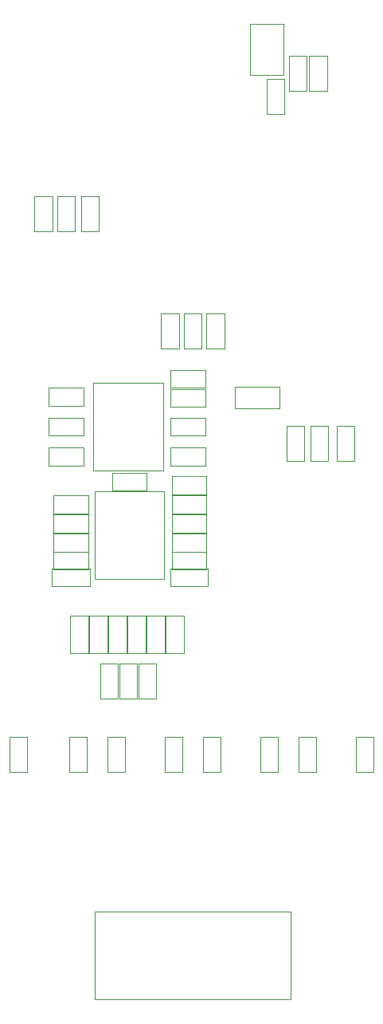
<source format=gbr>
G04 #@! TF.GenerationSoftware,KiCad,Pcbnew,(5.1.0)-1*
G04 #@! TF.CreationDate,2019-10-23T13:14:03-05:00*
G04 #@! TF.ProjectId,logiverter,6c6f6769-7665-4727-9465-722e6b696361,rev?*
G04 #@! TF.SameCoordinates,Original*
G04 #@! TF.FileFunction,Other,User*
%FSLAX46Y46*%
G04 Gerber Fmt 4.6, Leading zero omitted, Abs format (unit mm)*
G04 Created by KiCad (PCBNEW (5.1.0)-1) date 2019-10-23 13:14:03*
%MOMM*%
%LPD*%
G04 APERTURE LIST*
%ADD10C,0.050000*%
G04 APERTURE END LIST*
D10*
X81566000Y-158938000D02*
X81566000Y-157038000D01*
X81566000Y-157038000D02*
X85566000Y-157038000D01*
X85566000Y-158938000D02*
X85566000Y-157038000D01*
X81566000Y-158938000D02*
X85566000Y-158938000D01*
X94139000Y-158938000D02*
X94139000Y-157038000D01*
X94139000Y-157038000D02*
X98139000Y-157038000D01*
X98139000Y-158938000D02*
X98139000Y-157038000D01*
X94139000Y-158938000D02*
X98139000Y-158938000D01*
X83505000Y-162084000D02*
X85405000Y-162084000D01*
X85405000Y-162084000D02*
X85405000Y-166084000D01*
X83505000Y-166084000D02*
X85405000Y-166084000D01*
X83505000Y-162084000D02*
X83505000Y-166084000D01*
X87569000Y-162084000D02*
X89469000Y-162084000D01*
X89469000Y-162084000D02*
X89469000Y-166084000D01*
X87569000Y-166084000D02*
X89469000Y-166084000D01*
X87569000Y-162084000D02*
X87569000Y-166084000D01*
X85537000Y-162084000D02*
X87437000Y-162084000D01*
X87437000Y-162084000D02*
X87437000Y-166084000D01*
X85537000Y-166084000D02*
X87437000Y-166084000D01*
X85537000Y-162084000D02*
X85537000Y-166084000D01*
X95565000Y-166084000D02*
X93665000Y-166084000D01*
X93665000Y-166084000D02*
X93665000Y-162084000D01*
X95565000Y-162084000D02*
X93665000Y-162084000D01*
X95565000Y-166084000D02*
X95565000Y-162084000D01*
X91501000Y-166084000D02*
X89601000Y-166084000D01*
X89601000Y-166084000D02*
X89601000Y-162084000D01*
X91501000Y-162084000D02*
X89601000Y-162084000D01*
X91501000Y-166084000D02*
X91501000Y-162084000D01*
X93533000Y-166084000D02*
X91633000Y-166084000D01*
X91633000Y-166084000D02*
X91633000Y-162084000D01*
X93533000Y-162084000D02*
X91633000Y-162084000D01*
X93533000Y-166084000D02*
X93533000Y-162084000D01*
X104396500Y-105084000D02*
X104396500Y-108784000D01*
X106296500Y-105084000D02*
X104396500Y-105084000D01*
X106296500Y-108784000D02*
X106296500Y-105084000D01*
X104396500Y-108784000D02*
X106296500Y-108784000D01*
X110805000Y-106371000D02*
X110805000Y-102671000D01*
X108905000Y-106371000D02*
X110805000Y-106371000D01*
X108905000Y-102671000D02*
X108905000Y-106371000D01*
X110805000Y-102671000D02*
X108905000Y-102671000D01*
X109032000Y-141914000D02*
X109032000Y-145614000D01*
X110932000Y-141914000D02*
X109032000Y-141914000D01*
X110932000Y-145614000D02*
X110932000Y-141914000D01*
X109032000Y-145614000D02*
X110932000Y-145614000D01*
X106746000Y-102671000D02*
X106746000Y-106371000D01*
X108646000Y-102671000D02*
X106746000Y-102671000D01*
X108646000Y-106371000D02*
X108646000Y-102671000D01*
X106746000Y-106371000D02*
X108646000Y-106371000D01*
X111826000Y-141914000D02*
X111826000Y-145614000D01*
X113726000Y-141914000D02*
X111826000Y-141914000D01*
X113726000Y-145614000D02*
X113726000Y-141914000D01*
X111826000Y-145614000D02*
X113726000Y-145614000D01*
X115758000Y-178634000D02*
X115758000Y-174934000D01*
X113858000Y-178634000D02*
X115758000Y-178634000D01*
X113858000Y-174934000D02*
X113858000Y-178634000D01*
X115758000Y-174934000D02*
X113858000Y-174934000D01*
X97862000Y-137988000D02*
X94162000Y-137988000D01*
X97862000Y-139888000D02*
X97862000Y-137988000D01*
X94162000Y-139888000D02*
X97862000Y-139888000D01*
X94162000Y-137988000D02*
X94162000Y-139888000D01*
X109662000Y-178634000D02*
X109662000Y-174934000D01*
X107762000Y-178634000D02*
X109662000Y-178634000D01*
X107762000Y-174934000D02*
X107762000Y-178634000D01*
X109662000Y-174934000D02*
X107762000Y-174934000D01*
X97862000Y-135956000D02*
X94162000Y-135956000D01*
X97862000Y-137856000D02*
X97862000Y-135956000D01*
X94162000Y-137856000D02*
X97862000Y-137856000D01*
X94162000Y-135956000D02*
X94162000Y-137856000D01*
X101028000Y-140088000D02*
X101028000Y-137788000D01*
X105728000Y-137788000D02*
X101028000Y-137788000D01*
X105728000Y-140088000D02*
X105728000Y-137788000D01*
X101028000Y-140088000D02*
X105728000Y-140088000D01*
X102644000Y-104681000D02*
X106144000Y-104681000D01*
X102644000Y-99281000D02*
X102644000Y-104681000D01*
X106144000Y-99281000D02*
X102644000Y-99281000D01*
X106144000Y-104681000D02*
X106144000Y-99281000D01*
X97862000Y-144211000D02*
X94162000Y-144211000D01*
X97862000Y-146111000D02*
X97862000Y-144211000D01*
X94162000Y-146111000D02*
X97862000Y-146111000D01*
X94162000Y-144211000D02*
X94162000Y-146111000D01*
X93489000Y-158193000D02*
X86089000Y-158193000D01*
X93489000Y-148893000D02*
X86089000Y-148893000D01*
X86089000Y-148893000D02*
X86089000Y-158193000D01*
X93489000Y-148893000D02*
X93489000Y-158193000D01*
X93362000Y-146636000D02*
X85962000Y-146636000D01*
X93362000Y-137336000D02*
X85962000Y-137336000D01*
X85962000Y-137336000D02*
X85962000Y-146636000D01*
X93362000Y-137336000D02*
X93362000Y-146636000D01*
X89342000Y-178634000D02*
X89342000Y-174934000D01*
X87442000Y-178634000D02*
X89342000Y-178634000D01*
X87442000Y-174934000D02*
X87442000Y-178634000D01*
X89342000Y-174934000D02*
X87442000Y-174934000D01*
X78928000Y-178634000D02*
X78928000Y-174934000D01*
X77028000Y-178634000D02*
X78928000Y-178634000D01*
X77028000Y-174934000D02*
X77028000Y-178634000D01*
X78928000Y-174934000D02*
X77028000Y-174934000D01*
X99502000Y-174934000D02*
X97602000Y-174934000D01*
X97602000Y-174934000D02*
X97602000Y-178634000D01*
X97602000Y-178634000D02*
X99502000Y-178634000D01*
X99502000Y-178634000D02*
X99502000Y-174934000D01*
X85278000Y-178634000D02*
X85278000Y-174934000D01*
X83378000Y-178634000D02*
X85278000Y-178634000D01*
X83378000Y-174934000D02*
X83378000Y-178634000D01*
X85278000Y-174934000D02*
X83378000Y-174934000D01*
X105598000Y-174934000D02*
X103698000Y-174934000D01*
X103698000Y-174934000D02*
X103698000Y-178634000D01*
X103698000Y-178634000D02*
X105598000Y-178634000D01*
X105598000Y-178634000D02*
X105598000Y-174934000D01*
X85416000Y-155260000D02*
X81716000Y-155260000D01*
X85416000Y-157160000D02*
X85416000Y-155260000D01*
X81716000Y-157160000D02*
X85416000Y-157160000D01*
X81716000Y-155260000D02*
X81716000Y-157160000D01*
X94289000Y-157160000D02*
X97989000Y-157160000D01*
X94289000Y-155260000D02*
X94289000Y-157160000D01*
X97989000Y-155260000D02*
X94289000Y-155260000D01*
X97989000Y-157160000D02*
X97989000Y-155260000D01*
X85416000Y-153355000D02*
X81716000Y-153355000D01*
X85416000Y-155255000D02*
X85416000Y-153355000D01*
X81716000Y-155255000D02*
X85416000Y-155255000D01*
X81716000Y-153355000D02*
X81716000Y-155255000D01*
X94289000Y-155255000D02*
X97989000Y-155255000D01*
X94289000Y-153355000D02*
X94289000Y-155255000D01*
X97989000Y-153355000D02*
X94289000Y-153355000D01*
X97989000Y-155255000D02*
X97989000Y-153355000D01*
X95438000Y-178634000D02*
X95438000Y-174934000D01*
X93538000Y-178634000D02*
X95438000Y-178634000D01*
X93538000Y-174934000D02*
X93538000Y-178634000D01*
X95438000Y-174934000D02*
X93538000Y-174934000D01*
X85416000Y-149291000D02*
X81716000Y-149291000D01*
X85416000Y-151191000D02*
X85416000Y-149291000D01*
X81716000Y-151191000D02*
X85416000Y-151191000D01*
X81716000Y-149291000D02*
X81716000Y-151191000D01*
X91639000Y-146878000D02*
X87939000Y-146878000D01*
X91639000Y-148778000D02*
X91639000Y-146878000D01*
X87939000Y-148778000D02*
X91639000Y-148778000D01*
X87939000Y-146878000D02*
X87939000Y-148778000D01*
X81208000Y-146111000D02*
X84908000Y-146111000D01*
X81208000Y-144211000D02*
X81208000Y-146111000D01*
X84908000Y-144211000D02*
X81208000Y-144211000D01*
X84908000Y-146111000D02*
X84908000Y-144211000D01*
X84908000Y-137861000D02*
X81208000Y-137861000D01*
X84908000Y-139761000D02*
X84908000Y-137861000D01*
X81208000Y-139761000D02*
X84908000Y-139761000D01*
X81208000Y-137861000D02*
X81208000Y-139761000D01*
X94289000Y-151191000D02*
X97989000Y-151191000D01*
X94289000Y-149291000D02*
X94289000Y-151191000D01*
X97989000Y-149291000D02*
X94289000Y-149291000D01*
X97989000Y-151191000D02*
X97989000Y-149291000D01*
X106492000Y-141914000D02*
X106492000Y-145614000D01*
X108392000Y-141914000D02*
X106492000Y-141914000D01*
X108392000Y-145614000D02*
X108392000Y-141914000D01*
X106492000Y-145614000D02*
X108392000Y-145614000D01*
X93157000Y-133676000D02*
X95057000Y-133676000D01*
X95057000Y-133676000D02*
X95057000Y-129976000D01*
X95057000Y-129976000D02*
X93157000Y-129976000D01*
X93157000Y-129976000D02*
X93157000Y-133676000D01*
X79695000Y-117530000D02*
X79695000Y-121230000D01*
X81595000Y-117530000D02*
X79695000Y-117530000D01*
X81595000Y-121230000D02*
X81595000Y-117530000D01*
X79695000Y-121230000D02*
X81595000Y-121230000D01*
X97983000Y-129976000D02*
X97983000Y-133676000D01*
X99883000Y-129976000D02*
X97983000Y-129976000D01*
X99883000Y-133676000D02*
X99883000Y-129976000D01*
X97983000Y-133676000D02*
X99883000Y-133676000D01*
X95570000Y-129976000D02*
X95570000Y-133676000D01*
X97470000Y-129976000D02*
X95570000Y-129976000D01*
X97470000Y-133676000D02*
X97470000Y-129976000D01*
X95570000Y-133676000D02*
X97470000Y-133676000D01*
X84648000Y-117530000D02*
X84648000Y-121230000D01*
X86548000Y-117530000D02*
X84648000Y-117530000D01*
X86548000Y-121230000D02*
X86548000Y-117530000D01*
X84648000Y-121230000D02*
X86548000Y-121230000D01*
X82108000Y-117530000D02*
X82108000Y-121230000D01*
X84008000Y-117530000D02*
X82108000Y-117530000D01*
X84008000Y-121230000D02*
X84008000Y-117530000D01*
X82108000Y-121230000D02*
X84008000Y-121230000D01*
X90744000Y-167187000D02*
X90744000Y-170887000D01*
X92644000Y-167187000D02*
X90744000Y-167187000D01*
X92644000Y-170887000D02*
X92644000Y-167187000D01*
X90744000Y-170887000D02*
X92644000Y-170887000D01*
X88712000Y-167187000D02*
X88712000Y-170887000D01*
X90612000Y-167187000D02*
X88712000Y-167187000D01*
X90612000Y-170887000D02*
X90612000Y-167187000D01*
X88712000Y-170887000D02*
X90612000Y-170887000D01*
X88580000Y-170887000D02*
X88580000Y-167187000D01*
X86680000Y-170887000D02*
X88580000Y-170887000D01*
X86680000Y-167187000D02*
X86680000Y-170887000D01*
X88580000Y-167187000D02*
X86680000Y-167187000D01*
X86090000Y-193440000D02*
X86090000Y-202800000D01*
X106950000Y-193440000D02*
X86090000Y-193440000D01*
X106950000Y-202800000D02*
X106950000Y-193440000D01*
X86090000Y-202800000D02*
X106950000Y-202800000D01*
X97989000Y-151323000D02*
X94289000Y-151323000D01*
X97989000Y-153223000D02*
X97989000Y-151323000D01*
X94289000Y-153223000D02*
X97989000Y-153223000D01*
X94289000Y-151323000D02*
X94289000Y-153223000D01*
X97862000Y-141036000D02*
X94162000Y-141036000D01*
X97862000Y-142936000D02*
X97862000Y-141036000D01*
X94162000Y-142936000D02*
X97862000Y-142936000D01*
X94162000Y-141036000D02*
X94162000Y-142936000D01*
X81716000Y-153223000D02*
X85416000Y-153223000D01*
X81716000Y-151323000D02*
X81716000Y-153223000D01*
X85416000Y-151323000D02*
X81716000Y-151323000D01*
X85416000Y-153223000D02*
X85416000Y-151323000D01*
X81208000Y-142936000D02*
X84908000Y-142936000D01*
X81208000Y-141036000D02*
X81208000Y-142936000D01*
X84908000Y-141036000D02*
X81208000Y-141036000D01*
X84908000Y-142936000D02*
X84908000Y-141036000D01*
X94289000Y-149159000D02*
X97989000Y-149159000D01*
X94289000Y-147259000D02*
X94289000Y-149159000D01*
X97989000Y-147259000D02*
X94289000Y-147259000D01*
X97989000Y-149159000D02*
X97989000Y-147259000D01*
M02*

</source>
